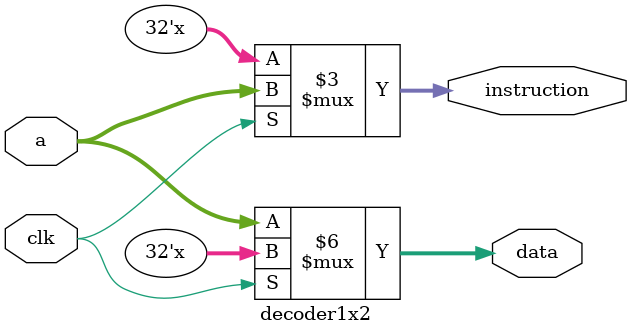
<source format=v>
/*  * Module: decoder1x2.v  
* Project: milestone 2  
* Author: laila khashaba -lailakhashaba@aucegypt.edu
jannah soliman- jannahsoliman9@aucegypt.edu
* Description: decoder to be placed after the memory
*  
* Change history: 10/4/23 -  implemented the decoder

               
*  **********************************************************************/


module decoder1x2(input clk, input[31:0] a, output reg [31:0] instruction , output reg [31:0] data);
    
    always@(*) begin
    
    if (clk)begin instruction = a;
    //data=0;
    end
    else begin data = a;
    end
  
    end 
    
endmodule

</source>
